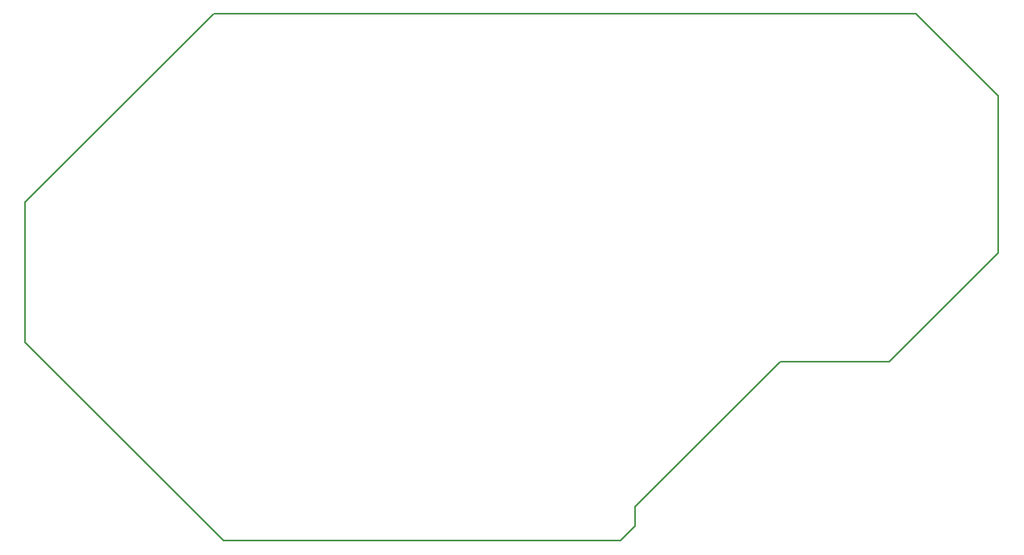
<source format=gbr>
G04 start of page 4 for group 2 idx 2 *
G04 Title: outline, outline *
G04 Creator: pcb 20110918 *
G04 CreationDate: Mon Nov 26 09:41:29 2012 UTC *
G04 For: ast *
G04 Format: Gerber/RS-274X *
G04 PCB-Dimensions: 420000 250000 *
G04 PCB-Coordinate-Origin: lower left *
%MOIN*%
%FSLAX25Y25*%
%LNOUTLINE*%
%ADD34C,0.0080*%
G54D34*X92000Y231000D02*X382000D01*
X416000Y197000D01*
Y132000D01*
X371000Y87000D01*
X326000D01*
X14000Y119000D02*Y153000D01*
X92000Y231000D01*
X96000Y13000D02*X14000Y95000D01*
Y123000D01*
X326000Y87000D02*X266000Y27000D01*
Y19000D01*
X260000Y13000D01*
X96000D01*
M02*

</source>
